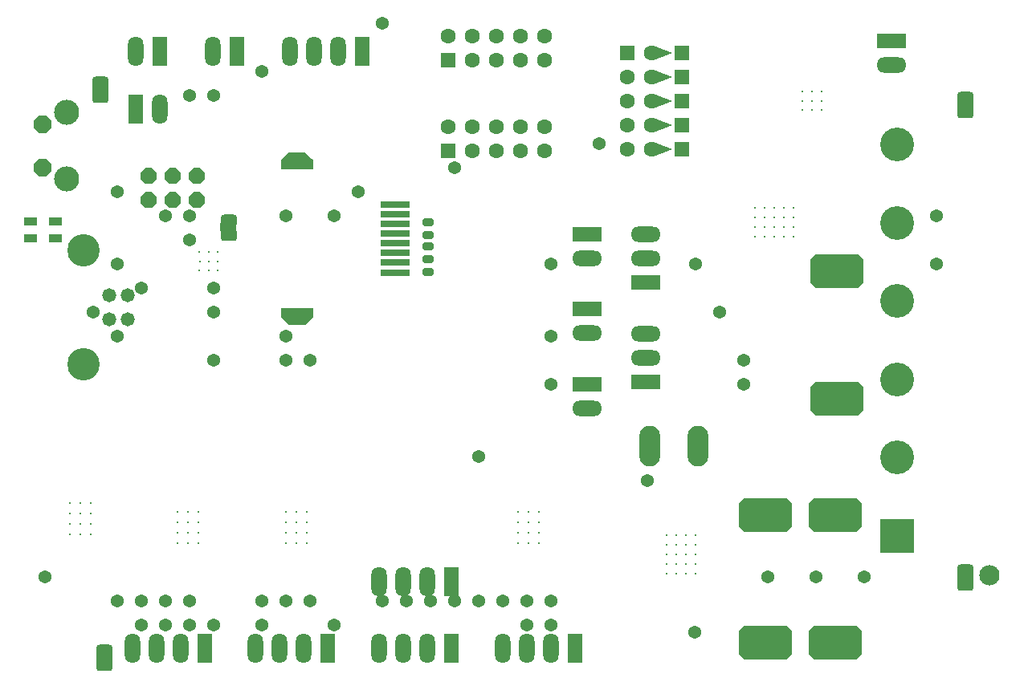
<source format=gbs>
G04*
G04 #@! TF.GenerationSoftware,Altium Limited,Altium Designer,18.1.9 (240)*
G04*
G04 Layer_Color=16711935*
%FSLAX25Y25*%
%MOIN*%
G70*
G01*
G75*
%ADD100C,0.06306*%
G04:AMPARAMS|DCode=125|XSize=33.13mil|YSize=43.37mil|CornerRadius=7.83mil|HoleSize=0mil|Usage=FLASHONLY|Rotation=90.000|XOffset=0mil|YOffset=0mil|HoleType=Round|Shape=RoundedRectangle|*
%AMROUNDEDRECTD125*
21,1,0.03313,0.02772,0,0,90.0*
21,1,0.01748,0.04337,0,0,90.0*
1,1,0.01565,0.01386,0.00874*
1,1,0.01565,0.01386,-0.00874*
1,1,0.01565,-0.01386,-0.00874*
1,1,0.01565,-0.01386,0.00874*
%
%ADD125ROUNDEDRECTD125*%
G04:AMPARAMS|DCode=135|XSize=54mil|YSize=54mil|CornerRadius=27mil|HoleSize=0mil|Usage=FLASHONLY|Rotation=270.000|XOffset=0mil|YOffset=0mil|HoleType=Round|Shape=RoundedRectangle|*
%AMROUNDEDRECTD135*
21,1,0.05400,0.00000,0,0,270.0*
21,1,0.00000,0.05400,0,0,270.0*
1,1,0.05400,0.00000,0.00000*
1,1,0.05400,0.00000,0.00000*
1,1,0.05400,0.00000,0.00000*
1,1,0.05400,0.00000,0.00000*
%
%ADD135ROUNDEDRECTD135*%
%ADD162R,0.06306X0.06306*%
%ADD163C,0.06306*%
%ADD164O,0.08650X0.16900*%
%ADD165R,0.06306X0.06306*%
G04:AMPARAMS|DCode=166|XSize=137mil|YSize=87mil|CornerRadius=0mil|HoleSize=0mil|Usage=FLASHONLY|Rotation=270.000|XOffset=0mil|YOffset=0mil|HoleType=Round|Shape=Octagon|*
%AMOCTAGOND166*
4,1,8,-0.02175,-0.06850,0.02175,-0.06850,0.04350,-0.04675,0.04350,0.04675,0.02175,0.06850,-0.02175,0.06850,-0.04350,0.04675,-0.04350,-0.04675,-0.02175,-0.06850,0.0*
%
%ADD166OCTAGOND166*%

%ADD167P,0.07144X8X22.5*%
%ADD168C,0.05800*%
%ADD169C,0.13450*%
%ADD170P,0.08010X8X292.5*%
%ADD171C,0.10400*%
%ADD172R,0.12400X0.06400*%
%ADD173O,0.12400X0.06400*%
%ADD174R,0.06400X0.12400*%
%ADD175O,0.06400X0.12400*%
%ADD176O,0.13998X0.14000*%
%ADD177R,0.13998X0.14000*%
%ADD178C,0.08400*%
%ADD319R,0.07045X0.03543*%
G04:AMPARAMS|DCode=320|XSize=54mil|YSize=54mil|CornerRadius=27mil|HoleSize=0mil|Usage=FLASHONLY|Rotation=180.000|XOffset=0mil|YOffset=0mil|HoleType=Round|Shape=RoundedRectangle|*
%AMROUNDEDRECTD320*
21,1,0.05400,0.00000,0,0,180.0*
21,1,0.00000,0.05400,0,0,180.0*
1,1,0.05400,0.00000,0.00000*
1,1,0.05400,0.00000,0.00000*
1,1,0.05400,0.00000,0.00000*
1,1,0.05400,0.00000,0.00000*
%
%ADD320ROUNDEDRECTD320*%
%ADD321R,0.12408X0.02802*%
G04:AMPARAMS|DCode=322|XSize=50mil|YSize=67mil|CornerRadius=13.5mil|HoleSize=0mil|Usage=FLASHONLY|Rotation=270.000|XOffset=0mil|YOffset=0mil|HoleType=Round|Shape=RoundedRectangle|*
%AMROUNDEDRECTD322*
21,1,0.05000,0.04000,0,0,270.0*
21,1,0.02300,0.06700,0,0,270.0*
1,1,0.02700,-0.02000,-0.01150*
1,1,0.02700,-0.02000,0.01150*
1,1,0.02700,0.02000,0.01150*
1,1,0.02700,0.02000,-0.01150*
%
%ADD322ROUNDEDRECTD322*%
%ADD323R,0.05321X0.03747*%
%ADD324R,0.06306X0.06306*%
%ADD325C,0.01000*%
G36*
X21043Y-71595D02*
X34429Y-71595D01*
X34429Y-75453D01*
X33878Y-76004D01*
X31240Y-78642D01*
X30059D01*
X24232D01*
X21043Y-75453D01*
Y-71595D01*
D02*
G37*
G36*
Y-14035D02*
X34429Y-14035D01*
X34429Y-10177D01*
X33878Y-9626D01*
X31240Y-6988D01*
X30059D01*
X24232D01*
X21043Y-10177D01*
Y-14035D01*
D02*
G37*
G36*
X183643Y-5654D02*
X175743Y-8654D01*
X176943Y-7454D01*
Y-3854D01*
X175743Y-2654D01*
X183643Y-5654D01*
D02*
G37*
G36*
X256279Y-63365D02*
X247180D01*
Y-49465D01*
X256279D01*
Y-63365D01*
D02*
G37*
G36*
Y-116365D02*
X247180D01*
Y-102465D01*
X256279D01*
Y-116365D01*
D02*
G37*
G36*
X226775Y-164625D02*
X217675D01*
Y-150725D01*
X226775D01*
Y-164625D01*
D02*
G37*
G36*
X255780Y-164665D02*
X246679D01*
Y-150765D01*
X255780D01*
Y-164665D01*
D02*
G37*
G36*
X226775Y-217625D02*
X217675D01*
Y-203725D01*
X226775D01*
Y-217625D01*
D02*
G37*
G36*
X255780Y-217665D02*
X246679D01*
Y-203765D01*
X255780D01*
Y-217665D01*
D02*
G37*
G36*
X183643Y4346D02*
X175743Y1346D01*
X176943Y2546D01*
Y6146D01*
X175743Y7346D01*
X183643Y4346D01*
D02*
G37*
G36*
Y14346D02*
X175743Y11346D01*
X176943Y12546D01*
Y16146D01*
X175743Y17346D01*
X183643Y14346D01*
D02*
G37*
G36*
Y24346D02*
X175743Y21346D01*
X176943Y22546D01*
Y26146D01*
X175743Y27346D01*
X183643Y24346D01*
D02*
G37*
G36*
Y34346D02*
X175743Y31346D01*
X176943Y32546D01*
Y36146D01*
X175743Y37346D01*
X183643Y34346D01*
D02*
G37*
G54D100*
X174743D02*
D03*
Y24346D02*
D03*
Y14346D02*
D03*
Y4346D02*
D03*
Y-5654D02*
D03*
G54D125*
X82087Y-51456D02*
D03*
Y-56811D02*
D03*
Y-46141D02*
D03*
Y-51496D02*
D03*
Y-36004D02*
D03*
Y-41358D02*
D03*
G54D135*
X53075Y-23225D02*
D03*
X123075Y-203225D02*
D03*
X-36925D02*
D03*
X-26925D02*
D03*
X-16925D02*
D03*
X-6925D02*
D03*
X13075D02*
D03*
X43075D02*
D03*
X133075D02*
D03*
X213075Y-103225D02*
D03*
X203075Y-73225D02*
D03*
X193075Y-53225D02*
D03*
X103075Y-193225D02*
D03*
X123075D02*
D03*
X113075D02*
D03*
X133075D02*
D03*
X63075D02*
D03*
X83075D02*
D03*
X73075D02*
D03*
X93075D02*
D03*
X-16925D02*
D03*
X23075D02*
D03*
X13075D02*
D03*
X33075D02*
D03*
X-76925Y-183225D02*
D03*
X192775Y-206425D02*
D03*
X133075Y-103225D02*
D03*
X153075Y-3225D02*
D03*
X-36925Y-193225D02*
D03*
X-46925D02*
D03*
X-26925D02*
D03*
X-36925Y-63225D02*
D03*
X-46925Y-53225D02*
D03*
X-6925Y16775D02*
D03*
X103075Y-133225D02*
D03*
G54D162*
X90475Y31175D02*
D03*
Y-6325D02*
D03*
G54D163*
Y41175D02*
D03*
X100475Y31175D02*
D03*
Y41175D02*
D03*
X110475Y31175D02*
D03*
Y41175D02*
D03*
X120475Y31175D02*
D03*
Y41175D02*
D03*
X130475Y31175D02*
D03*
Y41175D02*
D03*
X164743Y-5654D02*
D03*
Y4346D02*
D03*
Y14346D02*
D03*
Y24346D02*
D03*
X130475Y3675D02*
D03*
Y-6325D02*
D03*
X120475Y3675D02*
D03*
Y-6325D02*
D03*
X110475Y3675D02*
D03*
Y-6325D02*
D03*
X100475Y3675D02*
D03*
Y-6325D02*
D03*
X90475Y3675D02*
D03*
G54D164*
X174175Y-128925D02*
D03*
X194175D02*
D03*
G54D165*
X164743Y34346D02*
D03*
G54D166*
X228970Y-210686D02*
D03*
X215570D02*
D03*
Y-157686D02*
D03*
X228970D02*
D03*
X245075Y-56425D02*
D03*
X258475D02*
D03*
Y-109425D02*
D03*
X245075D02*
D03*
X257975Y-157725D02*
D03*
X244575D02*
D03*
Y-210725D02*
D03*
X257975D02*
D03*
G54D167*
X-33672Y-26769D02*
D03*
Y-16769D02*
D03*
X-23673Y-26769D02*
D03*
Y-16769D02*
D03*
X-13672Y-26769D02*
D03*
Y-16769D02*
D03*
G54D168*
X-42341Y-76257D02*
D03*
Y-66335D02*
D03*
X-50241D02*
D03*
Y-76257D02*
D03*
G54D169*
X-60941Y-47635D02*
D03*
Y-94957D02*
D03*
G54D170*
X-77652Y4572D02*
D03*
Y-13228D02*
D03*
G54D171*
X-67852Y9472D02*
D03*
Y-18128D02*
D03*
G54D172*
X172375Y-102525D02*
D03*
X148114Y-41060D02*
D03*
Y-72162D02*
D03*
Y-103265D02*
D03*
X274575Y39375D02*
D03*
X172475Y-61125D02*
D03*
G54D173*
X172375Y-92525D02*
D03*
Y-82525D02*
D03*
X148114Y-51060D02*
D03*
Y-82162D02*
D03*
Y-113265D02*
D03*
X274575Y29375D02*
D03*
X172475Y-41125D02*
D03*
Y-51125D02*
D03*
G54D174*
X2900Y35000D02*
D03*
X54695Y35043D02*
D03*
X-10500Y-213000D02*
D03*
X40681D02*
D03*
X91862Y-185441D02*
D03*
Y-213000D02*
D03*
X143083Y-212961D02*
D03*
X-39200Y10900D02*
D03*
X-29200Y35000D02*
D03*
G54D175*
X-7100D02*
D03*
X44695Y35043D02*
D03*
X34695D02*
D03*
X24695D02*
D03*
X-40500Y-213000D02*
D03*
X-30500D02*
D03*
X-20500D02*
D03*
X10681D02*
D03*
X20681D02*
D03*
X30681D02*
D03*
X61862Y-185441D02*
D03*
X71862D02*
D03*
X81862D02*
D03*
X61862Y-213000D02*
D03*
X71862D02*
D03*
X81862D02*
D03*
X113083Y-212961D02*
D03*
X123083D02*
D03*
X133083D02*
D03*
X-29200Y10900D02*
D03*
X-39200Y35000D02*
D03*
G54D176*
X276775Y-3775D02*
D03*
Y-36275D02*
D03*
Y-68775D02*
D03*
Y-101275D02*
D03*
Y-133775D02*
D03*
G54D177*
Y-166275D02*
D03*
G54D178*
X315142Y-182674D02*
D03*
G54D319*
X-684Y-38186D02*
D03*
X305294Y-183957D02*
D03*
X-53978Y19198D02*
D03*
X-52178Y-216902D02*
D03*
X305222Y12598D02*
D03*
G54D320*
X133075Y-83225D02*
D03*
Y-53225D02*
D03*
X263075Y-183225D02*
D03*
X243075D02*
D03*
X223075D02*
D03*
X63075Y46775D02*
D03*
X-56925Y-73225D02*
D03*
X-46925Y-83225D02*
D03*
X-16925Y-33225D02*
D03*
X-46925Y-23225D02*
D03*
X-26925Y-33225D02*
D03*
X-16925Y-43225D02*
D03*
X13175Y26775D02*
D03*
X-16925Y16775D02*
D03*
X43075Y-33225D02*
D03*
X93075Y-13225D02*
D03*
X23075Y-33225D02*
D03*
X213075Y-93225D02*
D03*
X293075Y-53225D02*
D03*
X173075Y-143225D02*
D03*
X293075Y-33225D02*
D03*
X-6925Y-93225D02*
D03*
Y-73225D02*
D03*
Y-63225D02*
D03*
X23075Y-83225D02*
D03*
X33075Y-93225D02*
D03*
X23075D02*
D03*
G54D321*
X68405Y-52854D02*
D03*
Y-48839D02*
D03*
Y-28760D02*
D03*
Y-32776D02*
D03*
Y-36791D02*
D03*
Y-40807D02*
D03*
Y-44823D02*
D03*
Y-56870D02*
D03*
G54D322*
X-606Y-35284D02*
D03*
Y-41284D02*
D03*
X305217Y-186858D02*
D03*
Y-180858D02*
D03*
X-53900Y22100D02*
D03*
Y16100D02*
D03*
X-52100Y-214000D02*
D03*
Y-220000D02*
D03*
X305300Y15500D02*
D03*
Y9500D02*
D03*
G54D323*
X-82700Y-42842D02*
D03*
Y-35558D02*
D03*
X-72500D02*
D03*
Y-42842D02*
D03*
G54D324*
X187543Y34346D02*
D03*
Y24346D02*
D03*
Y14346D02*
D03*
Y4346D02*
D03*
Y-5654D02*
D03*
G54D325*
X229688Y-41950D02*
D03*
X233688D02*
D03*
Y-37950D02*
D03*
X229688D02*
D03*
Y-33950D02*
D03*
X233688D02*
D03*
Y-29950D02*
D03*
X229688D02*
D03*
X221688D02*
D03*
X217688D02*
D03*
Y-33950D02*
D03*
X221688D02*
D03*
Y-37950D02*
D03*
X217688D02*
D03*
Y-41950D02*
D03*
X221688D02*
D03*
X225688D02*
D03*
Y-37950D02*
D03*
Y-29950D02*
D03*
Y-33950D02*
D03*
X193158Y-170057D02*
D03*
Y-166058D02*
D03*
X189158D02*
D03*
Y-170057D02*
D03*
X185158D02*
D03*
Y-166058D02*
D03*
X181158D02*
D03*
Y-170057D02*
D03*
Y-178058D02*
D03*
Y-182057D02*
D03*
X185158D02*
D03*
Y-178058D02*
D03*
X189158D02*
D03*
Y-182057D02*
D03*
X193158D02*
D03*
Y-178058D02*
D03*
Y-174057D02*
D03*
X189158D02*
D03*
X181158D02*
D03*
X185158D02*
D03*
X119644Y-156324D02*
D03*
X128305Y-169316D02*
D03*
X123975D02*
D03*
X119644D02*
D03*
X128305Y-164985D02*
D03*
X123975D02*
D03*
X119644D02*
D03*
X128305Y-160654D02*
D03*
X123975D02*
D03*
X119644D02*
D03*
X128305Y-156324D02*
D03*
X123975D02*
D03*
X-8925Y-52225D02*
D03*
Y-48485D02*
D03*
X-12694Y-48449D02*
D03*
X-12646Y-52225D02*
D03*
X-12665Y-56064D02*
D03*
X-8925Y-55965D02*
D03*
X-5185D02*
D03*
Y-52225D02*
D03*
Y-48485D02*
D03*
X241543Y14432D02*
D03*
X237606D02*
D03*
Y18369D02*
D03*
X241543D02*
D03*
X245480D02*
D03*
Y14432D02*
D03*
Y10495D02*
D03*
X241543D02*
D03*
X237606D02*
D03*
X-62163Y-152724D02*
D03*
X-57832D02*
D03*
X-66494Y-157054D02*
D03*
X-62163D02*
D03*
X-57832D02*
D03*
X-66494Y-161385D02*
D03*
X-62163D02*
D03*
X-57832D02*
D03*
X-66494Y-165716D02*
D03*
X-62163D02*
D03*
X-57832D02*
D03*
X-66494Y-152724D02*
D03*
X-17425Y-156324D02*
D03*
X-13094D02*
D03*
X-21756Y-160654D02*
D03*
X-17425D02*
D03*
X-13094D02*
D03*
X-21756Y-164985D02*
D03*
X-17425D02*
D03*
X-13094D02*
D03*
X-21756Y-169316D02*
D03*
X-17425D02*
D03*
X-13094D02*
D03*
X-21756Y-156324D02*
D03*
X27575D02*
D03*
X31905D02*
D03*
X23244Y-160654D02*
D03*
X27575D02*
D03*
X31905D02*
D03*
X23244Y-164985D02*
D03*
X27575D02*
D03*
X31905D02*
D03*
X23244Y-169316D02*
D03*
X27575D02*
D03*
X31905D02*
D03*
X23244Y-156324D02*
D03*
M02*

</source>
